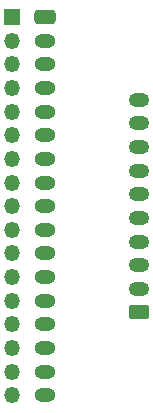
<source format=gbs>
G04 #@! TF.GenerationSoftware,KiCad,Pcbnew,(6.0.1)*
G04 #@! TF.CreationDate,2022-07-05T00:40:55-07:00*
G04 #@! TF.ProjectId,mu100-dit-connector-board,6d753130-302d-4646-9974-2d636f6e6e65,rev?*
G04 #@! TF.SameCoordinates,PX4a615b8PY2b4db18*
G04 #@! TF.FileFunction,Soldermask,Bot*
G04 #@! TF.FilePolarity,Negative*
%FSLAX46Y46*%
G04 Gerber Fmt 4.6, Leading zero omitted, Abs format (unit mm)*
G04 Created by KiCad (PCBNEW (6.0.1)) date 2022-07-05 00:40:55*
%MOMM*%
%LPD*%
G01*
G04 APERTURE LIST*
G04 Aperture macros list*
%AMRoundRect*
0 Rectangle with rounded corners*
0 $1 Rounding radius*
0 $2 $3 $4 $5 $6 $7 $8 $9 X,Y pos of 4 corners*
0 Add a 4 corners polygon primitive as box body*
4,1,4,$2,$3,$4,$5,$6,$7,$8,$9,$2,$3,0*
0 Add four circle primitives for the rounded corners*
1,1,$1+$1,$2,$3*
1,1,$1+$1,$4,$5*
1,1,$1+$1,$6,$7*
1,1,$1+$1,$8,$9*
0 Add four rect primitives between the rounded corners*
20,1,$1+$1,$2,$3,$4,$5,0*
20,1,$1+$1,$4,$5,$6,$7,0*
20,1,$1+$1,$6,$7,$8,$9,0*
20,1,$1+$1,$8,$9,$2,$3,0*%
G04 Aperture macros list end*
%ADD10RoundRect,0.250000X-0.650000X0.350000X-0.650000X-0.350000X0.650000X-0.350000X0.650000X0.350000X0*%
%ADD11O,1.800000X1.200000*%
%ADD12RoundRect,0.250000X0.625000X-0.350000X0.625000X0.350000X-0.625000X0.350000X-0.625000X-0.350000X0*%
%ADD13O,1.750000X1.200000*%
%ADD14R,1.350000X1.350000*%
%ADD15O,1.350000X1.350000*%
G04 APERTURE END LIST*
D10*
X4855000Y-3835000D03*
D11*
X4855000Y-5835000D03*
X4855000Y-7835000D03*
X4855000Y-9835000D03*
X4855000Y-11835000D03*
X4855000Y-13835000D03*
X4855000Y-15835000D03*
X4855000Y-17835000D03*
X4855000Y-19835000D03*
X4855000Y-21835000D03*
X4855000Y-23835000D03*
X4855000Y-25835000D03*
X4855000Y-27835000D03*
X4855000Y-29835000D03*
X4855000Y-31835000D03*
X4855000Y-33835000D03*
X4855000Y-35835000D03*
D12*
X12815000Y-28825000D03*
D13*
X12815000Y-26825000D03*
X12815000Y-24825000D03*
X12815000Y-22825000D03*
X12815000Y-20825000D03*
X12815000Y-18825000D03*
X12815000Y-16825000D03*
X12815000Y-14825000D03*
X12815000Y-12825000D03*
X12815000Y-10825000D03*
D14*
X1995000Y-3835000D03*
D15*
X1995000Y-5835000D03*
X1995000Y-7835000D03*
X1995000Y-9835000D03*
X1995000Y-11835000D03*
X1995000Y-13835000D03*
X1995000Y-15835000D03*
X1995000Y-17835000D03*
X1995000Y-19835000D03*
X1995000Y-21835000D03*
X1995000Y-23835000D03*
X1995000Y-25835000D03*
X1995000Y-27835000D03*
X1995000Y-29835000D03*
X1995000Y-31835000D03*
X1995000Y-33835000D03*
X1995000Y-35835000D03*
M02*

</source>
